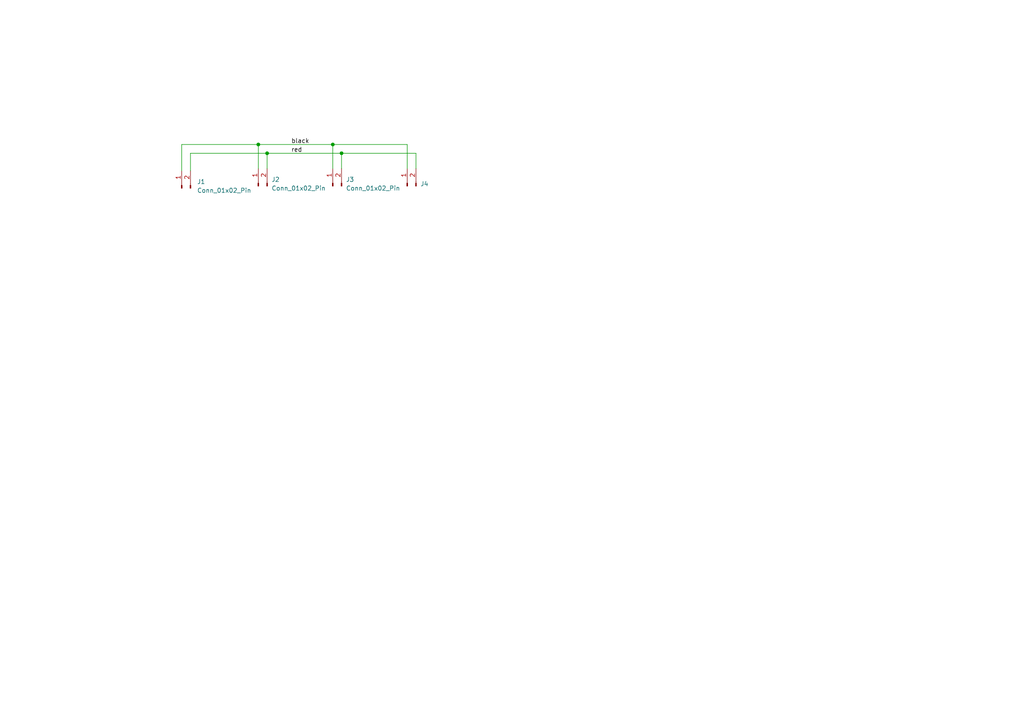
<source format=kicad_sch>
(kicad_sch (version 20250114) (generator "eeschema") (generator_version "9.0")
  (paper "A4")
  (title_block (title "KNX Tap") (date "2025-10-06") (rev "0.1") (company "jgc.org") (comment 1 "John Graham-Cumming"))
  (lib_symbols
    (symbol "Connector:Conn_01x02_Pin" (pin_names (offset 1.016) (hide yes))
      (property "Reference" "J" (at 0 2.54 0))
      (property "Value" "Conn_01x02_Pin" (at 0 -5.08 0))
      (symbol "Conn_01x02_Pin_1_1"
        (rectangle (start 0.8636 0.127) (end 0 -0.127) (stroke (width 0.1524)) (fill (type outline)))
        (rectangle (start 0.8636 -2.413) (end 0 -2.667) (stroke (width 0.1524)) (fill (type outline)))
        (polyline (pts (xy 1.27 0) (xy 0.8636 0)) (stroke (width 0.1524)))
        (polyline (pts (xy 1.27 -2.54) (xy 0.8636 -2.54)) (stroke (width 0.1524)))
        (pin passive line (at 5.08 0 180) (length 3.81) (name "Pin_1") (number "1"))
        (pin passive line (at 5.08 -2.54 180) (length 3.81) (name "Pin_2") (number "2"))
      )
    )
  )
  (junction (at 74.93 41.91))
  (junction (at 99.06 44.45))
  (junction (at 96.52 41.91))
  (junction (at 77.47 44.45))
  (wire (pts (xy 99.06 44.45) (xy 77.47 44.45)))
  (wire (pts (xy 77.47 44.45) (xy 77.47 48.895)))
  (wire (pts (xy 55.245 49.53) (xy 55.245 44.45)))
  (wire (pts (xy 118.11 48.895) (xy 118.11 41.91)))
  (wire (pts (xy 96.52 48.895) (xy 96.52 41.91)))
  (wire (pts (xy 52.705 49.53) (xy 52.705 41.91)))
  (wire (pts (xy 120.65 48.895) (xy 120.65 44.45)))
  (wire (pts (xy 55.245 44.45) (xy 77.47 44.45)))
  (wire (pts (xy 120.65 44.45) (xy 99.06 44.45)))
  (wire (pts (xy 74.93 41.91) (xy 74.93 48.895)))
  (wire (pts (xy 96.52 41.91) (xy 74.93 41.91)))
  (wire (pts (xy 99.06 48.895) (xy 99.06 44.45)))
  (wire (pts (xy 52.705 41.91) (xy 74.93 41.91)))
  (wire (pts (xy 118.11 41.91) (xy 96.52 41.91)))
  (label "black" (at 84.455 41.91 0))
  (label "red" (at 84.455 44.45 0))
  (symbol (lib_id "Connector:Conn_01x02_Pin") (at 74.93 53.975 90) (unit 1)
    (property "Reference" "J2" (at 78.74 52.0699 90) (effects (justify right)))
    (property "Value" "Conn_01x02_Pin" (at 78.74 54.6099 90) (effects (justify right)))
    (property "Footprint" "Connector_Wago:Wago-243-211" (effects (hide yes)))
  )
  (symbol (lib_id "Connector:Conn_01x02_Pin") (at 118.11 53.975 90) (unit 1)
    (property "Reference" "J4" (at 121.92 53.3399 90) (effects (justify right)))
    (property "Value" "Conn_01x02_Pin" (effects (hide yes)))
    (property "Footprint" "Connector_Wago:Wago-243-211" (effects (hide yes)))
  )
  (symbol (lib_id "Connector:Conn_01x02_Pin") (at 52.705 54.61 90) (unit 1)
    (property "Reference" "J1" (at 57.15 52.705 90) (effects (justify right)))
    (property "Value" "Conn_01x02_Pin" (at 57.15 55.245 90) (effects (justify right)))
    (property "Footprint" "Connector_Wago:Wago-243-211" (effects (hide yes)))
  )
  (symbol (lib_id "Connector:Conn_01x02_Pin") (at 96.52 53.975 90) (unit 1)
    (property "Reference" "J3" (at 100.33 52.0699 90) (effects (justify right)))
    (property "Value" "Conn_01x02_Pin" (at 100.33 54.6099 90) (effects (justify right)))
    (property "Footprint" "Connector_Wago:Wago-243-211" (effects (hide yes)))
  )
)
</source>
